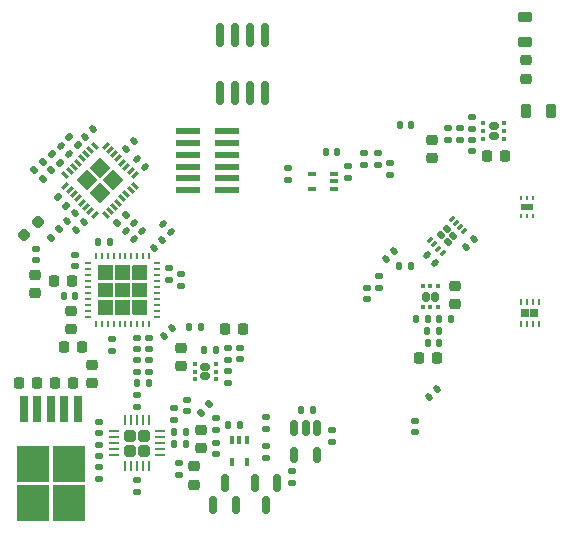
<source format=gbr>
%TF.GenerationSoftware,KiCad,Pcbnew,(6.0.4)*%
%TF.CreationDate,2023-05-27T00:51:03+09:00*%
%TF.ProjectId,RFB,5246422e-6b69-4636-9164-5f7063625858,rev?*%
%TF.SameCoordinates,Original*%
%TF.FileFunction,Paste,Bot*%
%TF.FilePolarity,Positive*%
%FSLAX46Y46*%
G04 Gerber Fmt 4.6, Leading zero omitted, Abs format (unit mm)*
G04 Created by KiCad (PCBNEW (6.0.4)) date 2023-05-27 00:51:03*
%MOMM*%
%LPD*%
G01*
G04 APERTURE LIST*
G04 Aperture macros list*
%AMRoundRect*
0 Rectangle with rounded corners*
0 $1 Rounding radius*
0 $2 $3 $4 $5 $6 $7 $8 $9 X,Y pos of 4 corners*
0 Add a 4 corners polygon primitive as box body*
4,1,4,$2,$3,$4,$5,$6,$7,$8,$9,$2,$3,0*
0 Add four circle primitives for the rounded corners*
1,1,$1+$1,$2,$3*
1,1,$1+$1,$4,$5*
1,1,$1+$1,$6,$7*
1,1,$1+$1,$8,$9*
0 Add four rect primitives between the rounded corners*
20,1,$1+$1,$2,$3,$4,$5,0*
20,1,$1+$1,$4,$5,$6,$7,0*
20,1,$1+$1,$6,$7,$8,$9,0*
20,1,$1+$1,$8,$9,$2,$3,0*%
%AMRotRect*
0 Rectangle, with rotation*
0 The origin of the aperture is its center*
0 $1 length*
0 $2 width*
0 $3 Rotation angle, in degrees counterclockwise*
0 Add horizontal line*
21,1,$1,$2,0,0,$3*%
G04 Aperture macros list end*
%ADD10R,0.200000X0.400000*%
%ADD11R,1.100000X0.600000*%
%ADD12RoundRect,0.225000X0.225000X0.250000X-0.225000X0.250000X-0.225000X-0.250000X0.225000X-0.250000X0*%
%ADD13R,0.650000X0.750000*%
%ADD14R,0.250000X0.500000*%
%ADD15RoundRect,0.140000X-0.170000X0.140000X-0.170000X-0.140000X0.170000X-0.140000X0.170000X0.140000X0*%
%ADD16RoundRect,0.225000X-0.250000X0.225000X-0.250000X-0.225000X0.250000X-0.225000X0.250000X0.225000X0*%
%ADD17RoundRect,0.160000X-0.245000X-0.160000X0.245000X-0.160000X0.245000X0.160000X-0.245000X0.160000X0*%
%ADD18RoundRect,0.093750X-0.093750X-0.106250X0.093750X-0.106250X0.093750X0.106250X-0.093750X0.106250X0*%
%ADD19RoundRect,0.135000X0.135000X0.185000X-0.135000X0.185000X-0.135000X-0.185000X0.135000X-0.185000X0*%
%ADD20RoundRect,0.140000X-0.021213X0.219203X-0.219203X0.021213X0.021213X-0.219203X0.219203X-0.021213X0*%
%ADD21RotRect,1.230000X1.230000X135.000000*%
%ADD22RotRect,0.250000X0.600000X45.000000*%
%ADD23RotRect,0.250000X0.600000X135.000000*%
%ADD24RoundRect,0.135000X-0.135000X-0.185000X0.135000X-0.185000X0.135000X0.185000X-0.135000X0.185000X0*%
%ADD25RoundRect,0.135000X0.185000X-0.135000X0.185000X0.135000X-0.185000X0.135000X-0.185000X-0.135000X0*%
%ADD26RoundRect,0.147500X-0.017678X0.226274X-0.226274X0.017678X0.017678X-0.226274X0.226274X-0.017678X0*%
%ADD27RoundRect,0.135000X0.035355X-0.226274X0.226274X-0.035355X-0.035355X0.226274X-0.226274X0.035355X0*%
%ADD28RoundRect,0.140000X-0.140000X-0.170000X0.140000X-0.170000X0.140000X0.170000X-0.140000X0.170000X0*%
%ADD29RoundRect,0.140000X0.140000X0.170000X-0.140000X0.170000X-0.140000X-0.170000X0.140000X-0.170000X0*%
%ADD30RoundRect,0.135000X-0.185000X0.135000X-0.185000X-0.135000X0.185000X-0.135000X0.185000X0.135000X0*%
%ADD31RoundRect,0.218750X0.218750X0.381250X-0.218750X0.381250X-0.218750X-0.381250X0.218750X-0.381250X0*%
%ADD32RoundRect,0.160000X0.160000X-0.245000X0.160000X0.245000X-0.160000X0.245000X-0.160000X-0.245000X0*%
%ADD33RoundRect,0.093750X0.106250X-0.093750X0.106250X0.093750X-0.106250X0.093750X-0.106250X-0.093750X0*%
%ADD34RoundRect,0.140000X0.170000X-0.140000X0.170000X0.140000X-0.170000X0.140000X-0.170000X-0.140000X0*%
%ADD35R,2.000000X0.500000*%
%ADD36RoundRect,0.140000X-0.219203X-0.021213X-0.021213X-0.219203X0.219203X0.021213X0.021213X0.219203X0*%
%ADD37RoundRect,0.225000X0.250000X-0.225000X0.250000X0.225000X-0.250000X0.225000X-0.250000X-0.225000X0*%
%ADD38RoundRect,0.218750X-0.381250X0.218750X-0.381250X-0.218750X0.381250X-0.218750X0.381250X0.218750X0*%
%ADD39RoundRect,0.140000X0.028284X-0.226274X0.226274X-0.028284X-0.028284X0.226274X-0.226274X0.028284X0*%
%ADD40RoundRect,0.087500X-0.061872X-0.185616X0.185616X0.061872X0.061872X0.185616X-0.185616X-0.061872X0*%
%ADD41RoundRect,0.150000X0.150000X-0.587500X0.150000X0.587500X-0.150000X0.587500X-0.150000X-0.587500X0*%
%ADD42RoundRect,0.160000X0.245000X0.160000X-0.245000X0.160000X-0.245000X-0.160000X0.245000X-0.160000X0*%
%ADD43RoundRect,0.093750X0.093750X0.106250X-0.093750X0.106250X-0.093750X-0.106250X0.093750X-0.106250X0*%
%ADD44RoundRect,0.250000X-0.255000X0.255000X-0.255000X-0.255000X0.255000X-0.255000X0.255000X0.255000X0*%
%ADD45RoundRect,0.062500X-0.062500X0.350000X-0.062500X-0.350000X0.062500X-0.350000X0.062500X0.350000X0*%
%ADD46RoundRect,0.062500X-0.350000X0.062500X-0.350000X-0.062500X0.350000X-0.062500X0.350000X0.062500X0*%
%ADD47R,2.750000X3.050000*%
%ADD48R,0.800000X2.200000*%
%ADD49R,0.249999X0.599999*%
%ADD50R,0.599999X0.249999*%
%ADD51RoundRect,0.218750X0.026517X-0.335876X0.335876X-0.026517X-0.026517X0.335876X-0.335876X0.026517X0*%
%ADD52RoundRect,0.225000X-0.225000X-0.250000X0.225000X-0.250000X0.225000X0.250000X-0.225000X0.250000X0*%
%ADD53RoundRect,0.140000X0.219203X0.021213X0.021213X0.219203X-0.219203X-0.021213X-0.021213X-0.219203X0*%
%ADD54R,0.400000X0.650000*%
%ADD55R,0.650000X0.400000*%
%ADD56RoundRect,0.150000X-0.150000X0.512500X-0.150000X-0.512500X0.150000X-0.512500X0.150000X0.512500X0*%
%ADD57RoundRect,0.135000X-0.035355X0.226274X-0.226274X0.035355X0.035355X-0.226274X0.226274X-0.035355X0*%
%ADD58RoundRect,0.150000X0.150000X-0.825000X0.150000X0.825000X-0.150000X0.825000X-0.150000X-0.825000X0*%
%ADD59RoundRect,0.150000X-0.150000X0.587500X-0.150000X-0.587500X0.150000X-0.587500X0.150000X0.587500X0*%
%ADD60RoundRect,0.135000X-0.226274X-0.035355X-0.035355X-0.226274X0.226274X0.035355X0.035355X0.226274X0*%
%ADD61RoundRect,0.140000X0.021213X-0.219203X0.219203X-0.021213X-0.021213X0.219203X-0.219203X0.021213X0*%
%ADD62RoundRect,0.135000X0.226274X0.035355X0.035355X0.226274X-0.226274X-0.035355X-0.035355X-0.226274X0*%
%ADD63RoundRect,0.218750X0.256250X-0.218750X0.256250X0.218750X-0.256250X0.218750X-0.256250X-0.218750X0*%
G04 APERTURE END LIST*
%TO.C,U4*%
G36*
X44772229Y-79114769D02*
G01*
X44781683Y-79117637D01*
X44790398Y-79122295D01*
X44798036Y-79128562D01*
X44804302Y-79136199D01*
X44808960Y-79144914D01*
X44811828Y-79154368D01*
X44812796Y-79164200D01*
X44812796Y-80323400D01*
X44811828Y-80333233D01*
X44808960Y-80342687D01*
X44804302Y-80351401D01*
X44798036Y-80359039D01*
X44790398Y-80365305D01*
X44781683Y-80369964D01*
X44772229Y-80372831D01*
X44762397Y-80373799D01*
X43603197Y-80373799D01*
X43593365Y-80372831D01*
X43583911Y-80369964D01*
X43575196Y-80365305D01*
X43567558Y-80359039D01*
X43561292Y-80351401D01*
X43556634Y-80342687D01*
X43553766Y-80333233D01*
X43552796Y-80323400D01*
X43552796Y-79164200D01*
X43553766Y-79154368D01*
X43556634Y-79144914D01*
X43561292Y-79136199D01*
X43567558Y-79128562D01*
X43575196Y-79122295D01*
X43583911Y-79117637D01*
X43593365Y-79114769D01*
X43603197Y-79113799D01*
X44762397Y-79113799D01*
X44772229Y-79114769D01*
G37*
G36*
X43312230Y-79114769D02*
G01*
X43321684Y-79117637D01*
X43330398Y-79122295D01*
X43338036Y-79128562D01*
X43344302Y-79136199D01*
X43348961Y-79144914D01*
X43351828Y-79154368D01*
X43352796Y-79164200D01*
X43352796Y-80323400D01*
X43351828Y-80333233D01*
X43348961Y-80342687D01*
X43344302Y-80351401D01*
X43338036Y-80359039D01*
X43330398Y-80365305D01*
X43321684Y-80369964D01*
X43312230Y-80372831D01*
X43302398Y-80373799D01*
X42143197Y-80373799D01*
X42133365Y-80372831D01*
X42123911Y-80369964D01*
X42115196Y-80365305D01*
X42107559Y-80359039D01*
X42101292Y-80351401D01*
X42096634Y-80342687D01*
X42093766Y-80333233D01*
X42092796Y-80323400D01*
X42092796Y-79164200D01*
X42093766Y-79154368D01*
X42096634Y-79144914D01*
X42101292Y-79136199D01*
X42107559Y-79128562D01*
X42115196Y-79122295D01*
X42123911Y-79117637D01*
X42133365Y-79114769D01*
X42143197Y-79113799D01*
X43302398Y-79113799D01*
X43312230Y-79114769D01*
G37*
G36*
X43312230Y-80574769D02*
G01*
X43321684Y-80577637D01*
X43330398Y-80582295D01*
X43338036Y-80588561D01*
X43344302Y-80596199D01*
X43348961Y-80604914D01*
X43351828Y-80614368D01*
X43352796Y-80624200D01*
X43352796Y-81783400D01*
X43351828Y-81793232D01*
X43348961Y-81802686D01*
X43344302Y-81811401D01*
X43338036Y-81819039D01*
X43330398Y-81825305D01*
X43321684Y-81829963D01*
X43312230Y-81832831D01*
X43302398Y-81833799D01*
X42143197Y-81833799D01*
X42133365Y-81832831D01*
X42123911Y-81829963D01*
X42115196Y-81825305D01*
X42107559Y-81819039D01*
X42101292Y-81811401D01*
X42096634Y-81802686D01*
X42093766Y-81793232D01*
X42092796Y-81783400D01*
X42092796Y-80624200D01*
X42093766Y-80614368D01*
X42096634Y-80604914D01*
X42101292Y-80596199D01*
X42107559Y-80588561D01*
X42115196Y-80582295D01*
X42123911Y-80577637D01*
X42133365Y-80574769D01*
X42143197Y-80573801D01*
X43302398Y-80573801D01*
X43312230Y-80574769D01*
G37*
G36*
X41852230Y-82034769D02*
G01*
X41861684Y-82037636D01*
X41870399Y-82042295D01*
X41878037Y-82048561D01*
X41884303Y-82056199D01*
X41888961Y-82064913D01*
X41891829Y-82074367D01*
X41892799Y-82084200D01*
X41892799Y-83243400D01*
X41891829Y-83253232D01*
X41888961Y-83262686D01*
X41884303Y-83271401D01*
X41878037Y-83279038D01*
X41870399Y-83285305D01*
X41861684Y-83289963D01*
X41852230Y-83292831D01*
X41842398Y-83293801D01*
X40683198Y-83293801D01*
X40673365Y-83292831D01*
X40663912Y-83289963D01*
X40655197Y-83285305D01*
X40647559Y-83279038D01*
X40641293Y-83271401D01*
X40636634Y-83262686D01*
X40633767Y-83253232D01*
X40632799Y-83243400D01*
X40632799Y-82084200D01*
X40633767Y-82074367D01*
X40636634Y-82064913D01*
X40641293Y-82056199D01*
X40647559Y-82048561D01*
X40655197Y-82042295D01*
X40663912Y-82037636D01*
X40673365Y-82034769D01*
X40683198Y-82033801D01*
X41842398Y-82033801D01*
X41852230Y-82034769D01*
G37*
G36*
X44772229Y-80574769D02*
G01*
X44781683Y-80577637D01*
X44790398Y-80582295D01*
X44798036Y-80588561D01*
X44804302Y-80596199D01*
X44808960Y-80604914D01*
X44811828Y-80614368D01*
X44812796Y-80624200D01*
X44812796Y-81783400D01*
X44811828Y-81793232D01*
X44808960Y-81802686D01*
X44804302Y-81811401D01*
X44798036Y-81819039D01*
X44790398Y-81825305D01*
X44781683Y-81829963D01*
X44772229Y-81832831D01*
X44762397Y-81833799D01*
X43603197Y-81833799D01*
X43593365Y-81832831D01*
X43583911Y-81829963D01*
X43575196Y-81825305D01*
X43567558Y-81819039D01*
X43561292Y-81811401D01*
X43556634Y-81802686D01*
X43553766Y-81793232D01*
X43552796Y-81783400D01*
X43552796Y-80624200D01*
X43553766Y-80614368D01*
X43556634Y-80604914D01*
X43561292Y-80596199D01*
X43567558Y-80588561D01*
X43575196Y-80582295D01*
X43583911Y-80577637D01*
X43593365Y-80574769D01*
X43603197Y-80573801D01*
X44762397Y-80573801D01*
X44772229Y-80574769D01*
G37*
G36*
X44772229Y-82034769D02*
G01*
X44781683Y-82037636D01*
X44790398Y-82042295D01*
X44798036Y-82048561D01*
X44804302Y-82056199D01*
X44808960Y-82064913D01*
X44811828Y-82074367D01*
X44812796Y-82084200D01*
X44812796Y-83243400D01*
X44811828Y-83253232D01*
X44808960Y-83262686D01*
X44804302Y-83271401D01*
X44798036Y-83279038D01*
X44790398Y-83285305D01*
X44781683Y-83289963D01*
X44772229Y-83292831D01*
X44762397Y-83293801D01*
X43603197Y-83293801D01*
X43593365Y-83292831D01*
X43583911Y-83289963D01*
X43575196Y-83285305D01*
X43567558Y-83279038D01*
X43561292Y-83271401D01*
X43556634Y-83262686D01*
X43553766Y-83253232D01*
X43552796Y-83243400D01*
X43552796Y-82084200D01*
X43553766Y-82074367D01*
X43556634Y-82064913D01*
X43561292Y-82056199D01*
X43567558Y-82048561D01*
X43575196Y-82042295D01*
X43583911Y-82037636D01*
X43593365Y-82034769D01*
X43603197Y-82033801D01*
X44762397Y-82033801D01*
X44772229Y-82034769D01*
G37*
G36*
X41852230Y-80574769D02*
G01*
X41861684Y-80577637D01*
X41870399Y-80582295D01*
X41878037Y-80588561D01*
X41884303Y-80596199D01*
X41888961Y-80604914D01*
X41891829Y-80614368D01*
X41892799Y-80624200D01*
X41892799Y-81783400D01*
X41891829Y-81793232D01*
X41888961Y-81802686D01*
X41884303Y-81811401D01*
X41878037Y-81819039D01*
X41870399Y-81825305D01*
X41861684Y-81829963D01*
X41852230Y-81832831D01*
X41842398Y-81833799D01*
X40683198Y-81833799D01*
X40673365Y-81832831D01*
X40663912Y-81829963D01*
X40655197Y-81825305D01*
X40647559Y-81819039D01*
X40641293Y-81811401D01*
X40636634Y-81802686D01*
X40633767Y-81793232D01*
X40632799Y-81783400D01*
X40632799Y-80624200D01*
X40633767Y-80614368D01*
X40636634Y-80604914D01*
X40641293Y-80596199D01*
X40647559Y-80588561D01*
X40655197Y-80582295D01*
X40663912Y-80577637D01*
X40673365Y-80574769D01*
X40683198Y-80573801D01*
X41842398Y-80573801D01*
X41852230Y-80574769D01*
G37*
G36*
X43312230Y-82034769D02*
G01*
X43321684Y-82037636D01*
X43330398Y-82042295D01*
X43338036Y-82048561D01*
X43344302Y-82056199D01*
X43348961Y-82064913D01*
X43351828Y-82074367D01*
X43352796Y-82084200D01*
X43352796Y-83243400D01*
X43351828Y-83253232D01*
X43348961Y-83262686D01*
X43344302Y-83271401D01*
X43338036Y-83279038D01*
X43330398Y-83285305D01*
X43321684Y-83289963D01*
X43312230Y-83292831D01*
X43302398Y-83293801D01*
X42143197Y-83293801D01*
X42133365Y-83292831D01*
X42123911Y-83289963D01*
X42115196Y-83285305D01*
X42107559Y-83279038D01*
X42101292Y-83271401D01*
X42096634Y-83262686D01*
X42093766Y-83253232D01*
X42092796Y-83243400D01*
X42092796Y-82084200D01*
X42093766Y-82074367D01*
X42096634Y-82064913D01*
X42101292Y-82056199D01*
X42107559Y-82048561D01*
X42115196Y-82042295D01*
X42123911Y-82037636D01*
X42133365Y-82034769D01*
X42143197Y-82033801D01*
X43302398Y-82033801D01*
X43312230Y-82034769D01*
G37*
G36*
X41852230Y-79114769D02*
G01*
X41861684Y-79117637D01*
X41870399Y-79122295D01*
X41878037Y-79128562D01*
X41884303Y-79136199D01*
X41888961Y-79144914D01*
X41891829Y-79154368D01*
X41892799Y-79164200D01*
X41892799Y-80323400D01*
X41891829Y-80333233D01*
X41888961Y-80342687D01*
X41884303Y-80351401D01*
X41878037Y-80359039D01*
X41870399Y-80365305D01*
X41861684Y-80369964D01*
X41852230Y-80372831D01*
X41842398Y-80373799D01*
X40683198Y-80373799D01*
X40673365Y-80372831D01*
X40663912Y-80369964D01*
X40655197Y-80365305D01*
X40647559Y-80359039D01*
X40641293Y-80351401D01*
X40636634Y-80342687D01*
X40633767Y-80333233D01*
X40632799Y-80323400D01*
X40632799Y-79164200D01*
X40633767Y-79154368D01*
X40636634Y-79144914D01*
X40641293Y-79136199D01*
X40647559Y-79128562D01*
X40655197Y-79122295D01*
X40663912Y-79117637D01*
X40673365Y-79114769D01*
X40683198Y-79113799D01*
X41842398Y-79113799D01*
X41852230Y-79114769D01*
G37*
%TD*%
D10*
%TO.C,U7*%
X76463000Y-73410400D03*
X76963000Y-73410400D03*
X77463000Y-73410400D03*
X77463000Y-74910400D03*
X76963000Y-74910400D03*
X76463000Y-74910400D03*
D11*
X76963000Y-74160400D03*
%TD*%
D12*
%TO.C,C141*%
X69355000Y-86969600D03*
X67805000Y-86969600D03*
%TD*%
D13*
%TO.C,IC1*%
X77592600Y-83159600D03*
X76792600Y-83159600D03*
D14*
X76442600Y-82209600D03*
X76942600Y-82209600D03*
X77442600Y-82209600D03*
X77942600Y-82209600D03*
X77942600Y-84109600D03*
X77442600Y-84109600D03*
X76942600Y-84109600D03*
X76442600Y-84109600D03*
%TD*%
D15*
%TO.C,C83*%
X48158400Y-90528200D03*
X48158400Y-91488200D03*
%TD*%
D16*
%TO.C,C102*%
X47650400Y-86093000D03*
X47650400Y-87643000D03*
%TD*%
D17*
%TO.C,IC10*%
X74152700Y-67346200D03*
X74152700Y-68146200D03*
D18*
X73265200Y-68396200D03*
X73265200Y-67746200D03*
X73265200Y-67096200D03*
X75040200Y-67096200D03*
X75040200Y-67746200D03*
X75040200Y-68396200D03*
%TD*%
D19*
%TO.C,R37*%
X44960000Y-89103200D03*
X43940000Y-89103200D03*
%TD*%
D20*
%TO.C,C69*%
X69351211Y-89601989D03*
X68672389Y-90280811D03*
%TD*%
D21*
%TO.C,U2*%
X40821616Y-70836784D03*
X40821616Y-73028816D03*
X39725600Y-71932800D03*
X41917632Y-71932800D03*
D22*
X43756109Y-72392419D03*
X43402556Y-72745973D03*
X43049002Y-73099526D03*
X42695449Y-73453080D03*
X42341896Y-73806633D03*
X41988342Y-74160186D03*
X41634789Y-74513740D03*
X41281235Y-74867293D03*
D23*
X40361997Y-74867293D03*
X40008443Y-74513740D03*
X39654890Y-74160186D03*
X39301336Y-73806633D03*
X38947783Y-73453080D03*
X38594230Y-73099526D03*
X38240676Y-72745973D03*
X37887123Y-72392419D03*
D22*
X37887123Y-71473181D03*
X38240676Y-71119627D03*
X38594230Y-70766074D03*
X38947783Y-70412520D03*
X39301336Y-70058967D03*
X39654890Y-69705414D03*
X40008443Y-69351860D03*
X40361997Y-68998307D03*
D23*
X41281235Y-68998307D03*
X41634789Y-69351860D03*
X41988342Y-69705414D03*
X42341896Y-70058967D03*
X42695449Y-70412520D03*
X43049002Y-70766074D03*
X43402556Y-71119627D03*
X43756109Y-71473181D03*
%TD*%
D24*
%TO.C,R75*%
X67598100Y-83667600D03*
X68618100Y-83667600D03*
%TD*%
D25*
%TO.C,R21*%
X54838600Y-95404400D03*
X54838600Y-94384400D03*
%TD*%
D26*
%TO.C,L5*%
X50050747Y-90893853D03*
X49364853Y-91579747D03*
%TD*%
D16*
%TO.C,C122*%
X70853300Y-80860600D03*
X70853300Y-82410600D03*
%TD*%
D19*
%TO.C,R20*%
X52681600Y-92659200D03*
X51661600Y-92659200D03*
%TD*%
%TO.C,R50*%
X49405000Y-84328000D03*
X48385000Y-84328000D03*
%TD*%
D27*
%TO.C,R4*%
X35250176Y-71048824D03*
X35971424Y-70327576D03*
%TD*%
D28*
%TO.C,C30*%
X37775000Y-81711800D03*
X38735000Y-81711800D03*
%TD*%
D29*
%TO.C,C7*%
X70497700Y-83667600D03*
X69537700Y-83667600D03*
%TD*%
D25*
%TO.C,R68*%
X51638200Y-87124000D03*
X51638200Y-86104000D03*
%TD*%
%TO.C,R35*%
X44983400Y-88140000D03*
X44983400Y-87120000D03*
%TD*%
D12*
%TO.C,C121*%
X75095400Y-69824600D03*
X73545400Y-69824600D03*
%TD*%
D28*
%TO.C,C86*%
X47094200Y-94259400D03*
X48054200Y-94259400D03*
%TD*%
D30*
%TO.C,R52*%
X61849000Y-70711600D03*
X61849000Y-71731600D03*
%TD*%
D20*
%TO.C,C13*%
X46948411Y-84394989D03*
X46269589Y-85073811D03*
%TD*%
D31*
%TO.C,FB8*%
X78989700Y-66014600D03*
X76864700Y-66014600D03*
%TD*%
D25*
%TO.C,R33*%
X60477400Y-94058200D03*
X60477400Y-93038200D03*
%TD*%
D30*
%TO.C,R38*%
X43942000Y-90066400D03*
X43942000Y-91086400D03*
%TD*%
D32*
%TO.C,IC2*%
X68376900Y-81788000D03*
X69176900Y-81788000D03*
D33*
X69426900Y-82675500D03*
X68776900Y-82675500D03*
X68126900Y-82675500D03*
X68126900Y-80900500D03*
X68776900Y-80900500D03*
X69426900Y-80900500D03*
%TD*%
D34*
%TO.C,C85*%
X40767000Y-93342400D03*
X40767000Y-92382400D03*
%TD*%
%TO.C,C39*%
X63129100Y-70582000D03*
X63129100Y-69622000D03*
%TD*%
D35*
%TO.C,J10*%
X48235600Y-72756400D03*
X51535600Y-72756400D03*
X48235600Y-71756400D03*
X51535600Y-71756400D03*
X48235600Y-70756400D03*
X51535600Y-70756400D03*
X48235600Y-69756400D03*
X51535600Y-69756400D03*
X48235600Y-68756400D03*
X51535600Y-68756400D03*
X48235600Y-67756400D03*
X51535600Y-67756400D03*
%TD*%
D36*
%TO.C,C27*%
X43688000Y-75539600D03*
X44366822Y-76218422D03*
%TD*%
D37*
%TO.C,C99*%
X40106600Y-89090800D03*
X40106600Y-87540800D03*
%TD*%
D38*
%TO.C,FB7*%
X76784200Y-58119500D03*
X76784200Y-60244500D03*
%TD*%
D20*
%TO.C,C8*%
X40252022Y-67570978D03*
X39573200Y-68249800D03*
%TD*%
D15*
%TO.C,C17*%
X47650400Y-79888200D03*
X47650400Y-80848200D03*
%TD*%
D39*
%TO.C,U20*%
X70168199Y-76076070D03*
X70238909Y-77136730D03*
X70733884Y-76641755D03*
X69673224Y-76571045D03*
D40*
X69823484Y-78047130D03*
X69469931Y-77693577D03*
X69116377Y-77340023D03*
X68762824Y-76986470D03*
X70583624Y-75165670D03*
X70937177Y-75519223D03*
X71290731Y-75872777D03*
X71644284Y-76226330D03*
%TD*%
D15*
%TO.C,C87*%
X35356800Y-77701200D03*
X35356800Y-78661200D03*
%TD*%
%TO.C,C96*%
X43942000Y-97310000D03*
X43942000Y-98270000D03*
%TD*%
D41*
%TO.C,U10*%
X52308800Y-99387900D03*
X50408800Y-99387900D03*
X51358800Y-97512900D03*
%TD*%
D36*
%TO.C,C26*%
X42992989Y-76241589D03*
X43671811Y-76920411D03*
%TD*%
D12*
%TO.C,C104*%
X38570200Y-89077800D03*
X37020200Y-89077800D03*
%TD*%
D34*
%TO.C,C42*%
X64322900Y-70582000D03*
X64322900Y-69622000D03*
%TD*%
D29*
%TO.C,C132*%
X69507100Y-85699600D03*
X68547100Y-85699600D03*
%TD*%
D34*
%TO.C,C34*%
X72273100Y-69436400D03*
X72273100Y-68476400D03*
%TD*%
D36*
%TO.C,C3*%
X37497378Y-68993378D03*
X38176200Y-69672200D03*
%TD*%
D25*
%TO.C,R63*%
X65338900Y-71499001D03*
X65338900Y-70479001D03*
%TD*%
D15*
%TO.C,C32*%
X46659800Y-79377600D03*
X46659800Y-80337600D03*
%TD*%
D42*
%TO.C,IC8*%
X49733200Y-88512600D03*
X49733200Y-87712600D03*
D43*
X50620700Y-87462600D03*
X50620700Y-88112600D03*
X50620700Y-88762600D03*
X48845700Y-88762600D03*
X48845700Y-88112600D03*
X48845700Y-87462600D03*
%TD*%
D44*
%TO.C,U14*%
X44567000Y-93558200D03*
X43317000Y-94808200D03*
X43317000Y-93558200D03*
X44567000Y-94808200D03*
D45*
X42942000Y-92245700D03*
X43442000Y-92245700D03*
X43942000Y-92245700D03*
X44442000Y-92245700D03*
X44942000Y-92245700D03*
D46*
X45879500Y-93183200D03*
X45879500Y-93683200D03*
X45879500Y-94183200D03*
X45879500Y-94683200D03*
X45879500Y-95183200D03*
D45*
X44942000Y-96120700D03*
X44442000Y-96120700D03*
X43942000Y-96120700D03*
X43442000Y-96120700D03*
X42942000Y-96120700D03*
D46*
X42004500Y-95183200D03*
X42004500Y-94683200D03*
X42004500Y-94183200D03*
X42004500Y-93683200D03*
X42004500Y-93183200D03*
%TD*%
D28*
%TO.C,C11*%
X49659600Y-86283800D03*
X50619600Y-86283800D03*
%TD*%
D20*
%TO.C,C123*%
X72450011Y-76901989D03*
X71771189Y-77580811D03*
%TD*%
D15*
%TO.C,C116*%
X52654200Y-86108600D03*
X52654200Y-87068600D03*
%TD*%
D47*
%TO.C,U16*%
X38177200Y-99262600D03*
X35127200Y-95912600D03*
X38177200Y-95912600D03*
X35127200Y-99262600D03*
D48*
X34372200Y-91287600D03*
X35512200Y-91287600D03*
X36652200Y-91287600D03*
X37792200Y-91287600D03*
X38932200Y-91287600D03*
%TD*%
D16*
%TO.C,C88*%
X49326800Y-93027200D03*
X49326800Y-94577200D03*
%TD*%
D30*
%TO.C,R30*%
X40767000Y-96213200D03*
X40767000Y-97233200D03*
%TD*%
D49*
%TO.C,U4*%
X40472797Y-78303801D03*
X40972796Y-78303801D03*
X41472797Y-78303801D03*
X41972796Y-78303801D03*
X42472798Y-78303801D03*
X42972797Y-78303801D03*
X43472796Y-78303801D03*
X43972797Y-78303801D03*
X44472796Y-78303801D03*
X44972798Y-78303801D03*
D50*
X45622797Y-78953799D03*
X45622797Y-79453798D03*
X45622797Y-79953800D03*
X45622797Y-80453799D03*
X45622797Y-80953800D03*
X45622797Y-81453800D03*
X45622797Y-81953798D03*
X45622797Y-82453800D03*
X45622797Y-82953799D03*
X45622797Y-83453801D03*
D49*
X44972798Y-84103799D03*
X44472796Y-84103799D03*
X43972797Y-84103799D03*
X43472796Y-84103799D03*
X42972797Y-84103799D03*
X42472798Y-84103799D03*
X41972796Y-84103799D03*
X41472797Y-84103799D03*
X40972796Y-84103799D03*
X40472797Y-84103799D03*
D50*
X39822798Y-83453801D03*
X39822798Y-82953799D03*
X39822798Y-82453800D03*
X39822798Y-81953798D03*
X39822798Y-81453800D03*
X39822798Y-80953800D03*
X39822798Y-80453799D03*
X39822798Y-79953800D03*
X39822798Y-79453798D03*
X39822798Y-78953799D03*
%TD*%
D28*
%TO.C,C24*%
X40670600Y-77165200D03*
X41630600Y-77165200D03*
%TD*%
D12*
%TO.C,C98*%
X35496800Y-89077800D03*
X33946800Y-89077800D03*
%TD*%
D51*
%TO.C,FB1*%
X34418953Y-76579047D03*
X35532647Y-75465353D03*
%TD*%
D52*
%TO.C,C20*%
X37782200Y-86029800D03*
X39332200Y-86029800D03*
%TD*%
D29*
%TO.C,C43*%
X67180400Y-67208400D03*
X66220400Y-67208400D03*
%TD*%
D15*
%TO.C,C77*%
X63423800Y-81003200D03*
X63423800Y-81963200D03*
%TD*%
D53*
%TO.C,C133*%
X69205976Y-78936222D03*
X68527154Y-78257400D03*
%TD*%
D28*
%TO.C,C38*%
X59946600Y-69519800D03*
X60906600Y-69519800D03*
%TD*%
D36*
%TO.C,C103*%
X46117189Y-75657389D03*
X46796011Y-76336211D03*
%TD*%
D30*
%TO.C,R73*%
X72273100Y-66518600D03*
X72273100Y-67538600D03*
%TD*%
D19*
%TO.C,R32*%
X58853800Y-91389200D03*
X57833800Y-91389200D03*
%TD*%
D30*
%TO.C,R23*%
X47117000Y-91209400D03*
X47117000Y-92229400D03*
%TD*%
D54*
%TO.C,U9*%
X51953400Y-93868200D03*
X52603400Y-93868200D03*
X53253400Y-93868200D03*
X53253400Y-95768200D03*
X51953400Y-95768200D03*
%TD*%
D29*
%TO.C,C76*%
X67104200Y-79197200D03*
X66144200Y-79197200D03*
%TD*%
D34*
%TO.C,C131*%
X70241100Y-68473800D03*
X70241100Y-67513800D03*
%TD*%
D20*
%TO.C,C4*%
X43706422Y-68561578D03*
X43027600Y-69240400D03*
%TD*%
D55*
%TO.C,U13*%
X60655200Y-71359000D03*
X60655200Y-72009000D03*
X60655200Y-72659000D03*
X58755200Y-72659000D03*
X58755200Y-71359000D03*
%TD*%
D56*
%TO.C,U15*%
X57266800Y-92867900D03*
X58216800Y-92867900D03*
X59166800Y-92867900D03*
X59166800Y-95142900D03*
X57266800Y-95142900D03*
%TD*%
D57*
%TO.C,R5*%
X43007224Y-74848776D03*
X42285976Y-75570024D03*
%TD*%
D34*
%TO.C,C28*%
X43967400Y-86205000D03*
X43967400Y-85245000D03*
%TD*%
%TO.C,C29*%
X44983400Y-86205000D03*
X44983400Y-85245000D03*
%TD*%
D24*
%TO.C,R74*%
X68512500Y-84683600D03*
X69532500Y-84683600D03*
%TD*%
D58*
%TO.C,U6*%
X54813200Y-64563800D03*
X53543200Y-64563800D03*
X52273200Y-64563800D03*
X51003200Y-64563800D03*
X51003200Y-59613800D03*
X52273200Y-59613800D03*
X53543200Y-59613800D03*
X54813200Y-59613800D03*
%TD*%
D59*
%TO.C,Q1*%
X53914000Y-97512900D03*
X55814000Y-97512900D03*
X54864000Y-99387900D03*
%TD*%
D37*
%TO.C,C81*%
X76911200Y-63309800D03*
X76911200Y-61759800D03*
%TD*%
D27*
%TO.C,R1*%
X36647176Y-76789224D03*
X37368424Y-76067976D03*
%TD*%
D60*
%TO.C,R44*%
X37251752Y-73345152D03*
X37973000Y-74066400D03*
%TD*%
D15*
%TO.C,C82*%
X50647600Y-94160400D03*
X50647600Y-95120400D03*
%TD*%
D61*
%TO.C,C1*%
X38751189Y-76107611D03*
X39430011Y-75428789D03*
%TD*%
D62*
%TO.C,R2*%
X37470024Y-70413824D03*
X36748776Y-69692576D03*
%TD*%
D25*
%TO.C,R31*%
X47472600Y-96877600D03*
X47472600Y-95857600D03*
%TD*%
D52*
%TO.C,C119*%
X51396600Y-84505800D03*
X52946600Y-84505800D03*
%TD*%
D37*
%TO.C,C5*%
X35331400Y-81445400D03*
X35331400Y-79895400D03*
%TD*%
D25*
%TO.C,R22*%
X50647600Y-93042200D03*
X50647600Y-92022200D03*
%TD*%
D30*
%TO.C,R36*%
X43967400Y-87120000D03*
X43967400Y-88140000D03*
%TD*%
D16*
%TO.C,C140*%
X68961000Y-68503800D03*
X68961000Y-70053800D03*
%TD*%
D15*
%TO.C,C97*%
X57099200Y-96548000D03*
X57099200Y-97508000D03*
%TD*%
D34*
%TO.C,C79*%
X64414400Y-80998000D03*
X64414400Y-80038000D03*
%TD*%
D27*
%TO.C,R7*%
X35986776Y-71785424D03*
X36708024Y-71064176D03*
%TD*%
D30*
%TO.C,R72*%
X71257100Y-67456400D03*
X71257100Y-68476400D03*
%TD*%
D61*
%TO.C,C90*%
X38039989Y-75396411D03*
X38718811Y-74717589D03*
%TD*%
D63*
%TO.C,FB2*%
X48793400Y-97688500D03*
X48793400Y-96113500D03*
%TD*%
D25*
%TO.C,R51*%
X56743600Y-71934800D03*
X56743600Y-70914800D03*
%TD*%
D28*
%TO.C,C84*%
X47094200Y-93218000D03*
X48054200Y-93218000D03*
%TD*%
D37*
%TO.C,C25*%
X38379400Y-84518800D03*
X38379400Y-82968800D03*
%TD*%
D30*
%TO.C,R34*%
X54838600Y-91920600D03*
X54838600Y-92940600D03*
%TD*%
D20*
%TO.C,C22*%
X46059411Y-76978189D03*
X45380589Y-77657011D03*
%TD*%
D15*
%TO.C,C23*%
X38709600Y-78237200D03*
X38709600Y-79197200D03*
%TD*%
D52*
%TO.C,C19*%
X36905600Y-80441800D03*
X38455600Y-80441800D03*
%TD*%
D60*
%TO.C,R3*%
X38191552Y-68244776D03*
X38912800Y-68966024D03*
%TD*%
D53*
%TO.C,C9*%
X44595422Y-70757422D03*
X43916600Y-70078600D03*
%TD*%
D34*
%TO.C,C21*%
X41808400Y-86332000D03*
X41808400Y-85372000D03*
%TD*%
%TO.C,C70*%
X67487800Y-93266200D03*
X67487800Y-92306200D03*
%TD*%
%TO.C,C89*%
X40767000Y-95272800D03*
X40767000Y-94312800D03*
%TD*%
D25*
%TO.C,R69*%
X51638200Y-89079800D03*
X51638200Y-88059800D03*
%TD*%
D20*
%TO.C,C49*%
X65668211Y-77917989D03*
X64989389Y-78596811D03*
%TD*%
M02*

</source>
